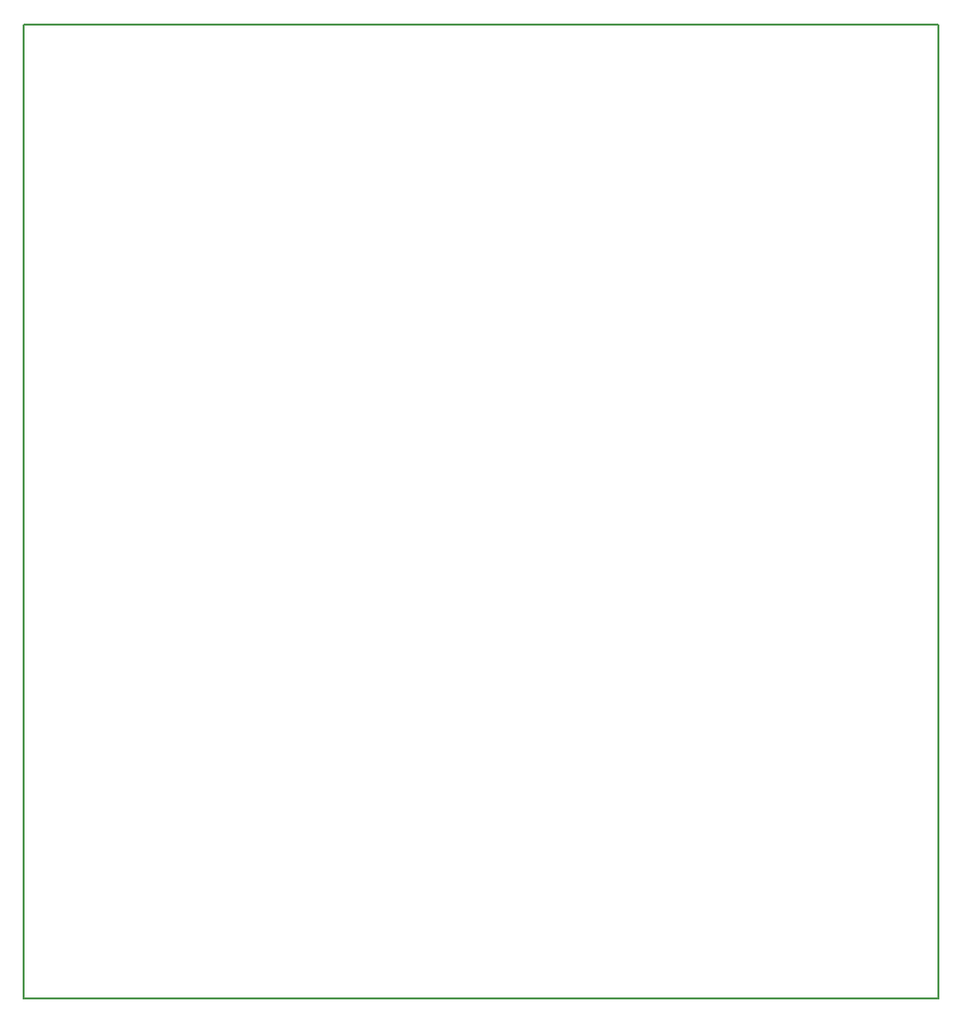
<source format=gbr>
G04 #@! TF.GenerationSoftware,KiCad,Pcbnew,(5.0.2)-1*
G04 #@! TF.CreationDate,2019-05-12T16:02:16+10:00*
G04 #@! TF.ProjectId,DTC,4454432e-6b69-4636-9164-5f7063625858,rev?*
G04 #@! TF.SameCoordinates,Original*
G04 #@! TF.FileFunction,Legend,Bot*
G04 #@! TF.FilePolarity,Positive*
%FSLAX46Y46*%
G04 Gerber Fmt 4.6, Leading zero omitted, Abs format (unit mm)*
G04 Created by KiCad (PCBNEW (5.0.2)-1) date 12/05/2019 16:02:16*
%MOMM*%
%LPD*%
G01*
G04 APERTURE LIST*
%ADD10C,0.150000*%
G04 APERTURE END LIST*
D10*
X99060000Y-139700000D02*
X99060000Y-142240000D01*
X99060000Y-58420000D02*
X99060000Y-139700000D01*
X101600000Y-58420000D02*
X99060000Y-58420000D01*
X177800000Y-58420000D02*
X101600000Y-58420000D01*
X177800000Y-142240000D02*
X177800000Y-58420000D01*
X99060000Y-142240000D02*
X177800000Y-142240000D01*
M02*

</source>
